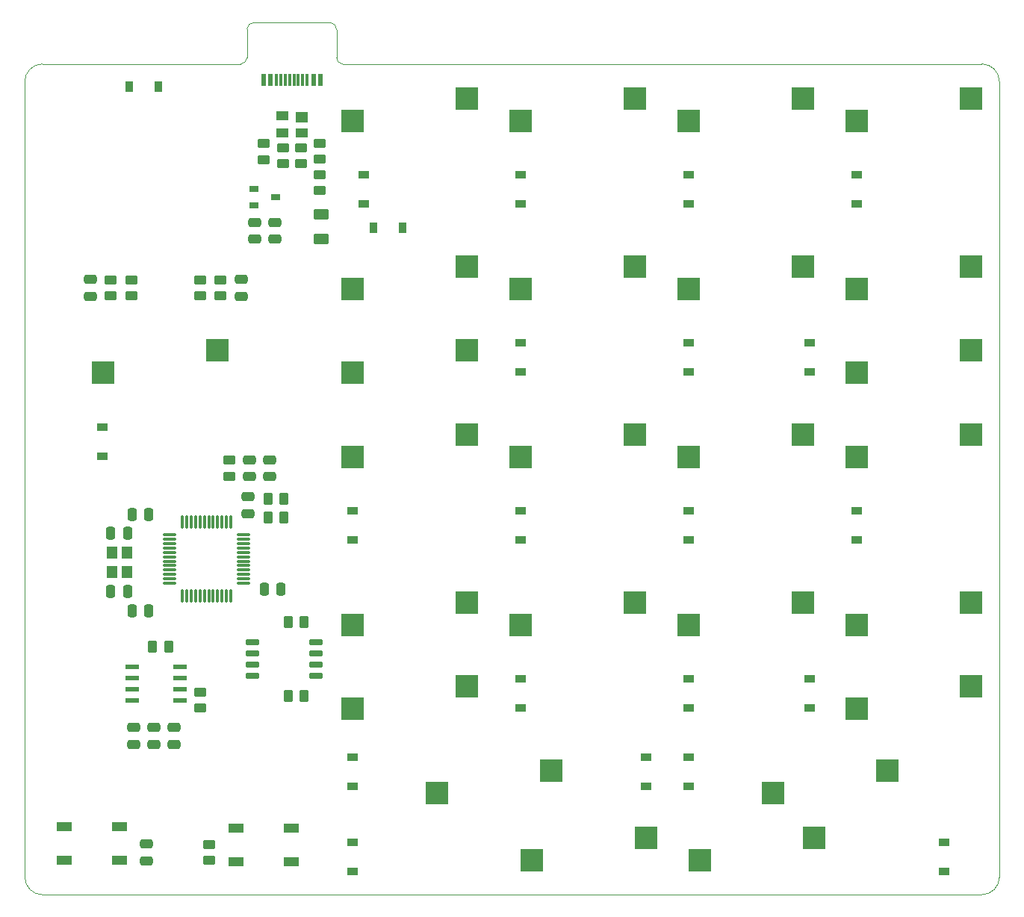
<source format=gbp>
G04 #@! TF.GenerationSoftware,KiCad,Pcbnew,(6.99.0-1912-g359c99991b)*
G04 #@! TF.CreationDate,2022-06-29T21:44:02+07:00*
G04 #@! TF.ProjectId,lazulipad,6c617a75-6c69-4706-9164-2e6b69636164,1*
G04 #@! TF.SameCoordinates,Original*
G04 #@! TF.FileFunction,Paste,Bot*
G04 #@! TF.FilePolarity,Positive*
%FSLAX46Y46*%
G04 Gerber Fmt 4.6, Leading zero omitted, Abs format (unit mm)*
G04 Created by KiCad (PCBNEW (6.99.0-1912-g359c99991b)) date 2022-06-29 21:44:02*
%MOMM*%
%LPD*%
G01*
G04 APERTURE LIST*
G04 Aperture macros list*
%AMRoundRect*
0 Rectangle with rounded corners*
0 $1 Rounding radius*
0 $2 $3 $4 $5 $6 $7 $8 $9 X,Y pos of 4 corners*
0 Add a 4 corners polygon primitive as box body*
4,1,4,$2,$3,$4,$5,$6,$7,$8,$9,$2,$3,0*
0 Add four circle primitives for the rounded corners*
1,1,$1+$1,$2,$3*
1,1,$1+$1,$4,$5*
1,1,$1+$1,$6,$7*
1,1,$1+$1,$8,$9*
0 Add four rect primitives between the rounded corners*
20,1,$1+$1,$2,$3,$4,$5,0*
20,1,$1+$1,$4,$5,$6,$7,0*
20,1,$1+$1,$6,$7,$8,$9,0*
20,1,$1+$1,$8,$9,$2,$3,0*%
G04 Aperture macros list end*
%ADD10R,2.550000X2.500000*%
%ADD11R,1.550000X0.600000*%
%ADD12RoundRect,0.250000X0.625000X-0.375000X0.625000X0.375000X-0.625000X0.375000X-0.625000X-0.375000X0*%
%ADD13R,1.700000X1.000000*%
%ADD14RoundRect,0.250000X0.250000X0.475000X-0.250000X0.475000X-0.250000X-0.475000X0.250000X-0.475000X0*%
%ADD15RoundRect,0.250000X-0.450000X0.262500X-0.450000X-0.262500X0.450000X-0.262500X0.450000X0.262500X0*%
%ADD16R,1.000000X0.800000*%
%ADD17R,1.200000X0.900000*%
%ADD18RoundRect,0.250000X0.450000X-0.262500X0.450000X0.262500X-0.450000X0.262500X-0.450000X-0.262500X0*%
%ADD19R,1.200000X1.400000*%
%ADD20RoundRect,0.250000X0.475000X-0.250000X0.475000X0.250000X-0.475000X0.250000X-0.475000X-0.250000X0*%
%ADD21R,0.900000X1.200000*%
%ADD22RoundRect,0.250000X-0.262500X-0.450000X0.262500X-0.450000X0.262500X0.450000X-0.262500X0.450000X0*%
%ADD23RoundRect,0.250000X0.262500X0.450000X-0.262500X0.450000X-0.262500X-0.450000X0.262500X-0.450000X0*%
%ADD24R,0.600000X1.450000*%
%ADD25R,0.300000X1.450000*%
%ADD26RoundRect,0.150000X0.650000X0.150000X-0.650000X0.150000X-0.650000X-0.150000X0.650000X-0.150000X0*%
%ADD27RoundRect,0.250000X-0.475000X0.250000X-0.475000X-0.250000X0.475000X-0.250000X0.475000X0.250000X0*%
%ADD28RoundRect,0.075000X-0.662500X-0.075000X0.662500X-0.075000X0.662500X0.075000X-0.662500X0.075000X0*%
%ADD29RoundRect,0.075000X-0.075000X-0.662500X0.075000X-0.662500X0.075000X0.662500X-0.075000X0.662500X0*%
%ADD30R,1.400000X1.200000*%
%ADD31R,1.400000X1.000000*%
G04 #@! TA.AperFunction,Profile*
%ADD32C,0.100000*%
G04 #@! TD*
G04 APERTURE END LIST*
D10*
X75289499Y-44559999D03*
X88216499Y-42019999D03*
X94339499Y-6459999D03*
X107266499Y-3919999D03*
X75289499Y-6459999D03*
X88216499Y-3919999D03*
X56239499Y-25509999D03*
X69166499Y-22969999D03*
X37189499Y-6459999D03*
X50116499Y-3919999D03*
X94339499Y-44559999D03*
X107266499Y-42019999D03*
X94339499Y-73134999D03*
X107266499Y-70594999D03*
X75289499Y-63609999D03*
X88216499Y-61069999D03*
X89459499Y-87739999D03*
X76532499Y-90279999D03*
X37189499Y-73134999D03*
X50116499Y-70594999D03*
X37189499Y-63609999D03*
X50116499Y-61069999D03*
X56239499Y-6459999D03*
X69166499Y-3919999D03*
X37189499Y-35034999D03*
X50116499Y-32494999D03*
X8901999Y-35034999D03*
X21828999Y-32494999D03*
X94339499Y-35034999D03*
X107266499Y-32494999D03*
X94339499Y-25509999D03*
X107266499Y-22969999D03*
X46714499Y-82659999D03*
X59641499Y-80119999D03*
X56239499Y-44559999D03*
X69166499Y-42019999D03*
X37189499Y-44559999D03*
X50116499Y-42019999D03*
X70409499Y-87739999D03*
X57482499Y-90279999D03*
X37189499Y-25509999D03*
X50116499Y-22969999D03*
X84814499Y-82659999D03*
X97741499Y-80119999D03*
X56239499Y-63609999D03*
X69166499Y-61069999D03*
X75289499Y-25509999D03*
X88216499Y-22969999D03*
X94339499Y-63609999D03*
X107266499Y-61069999D03*
D11*
X12190999Y-72135999D03*
X12190999Y-70865999D03*
X12190999Y-69595999D03*
X12190999Y-68325999D03*
X17590999Y-68325999D03*
X17590999Y-69595999D03*
X17590999Y-70865999D03*
X17590999Y-72135999D03*
D12*
X33560000Y-19815000D03*
X33560000Y-17015000D03*
D13*
X10769999Y-86491999D03*
X4469999Y-86491999D03*
X10769999Y-90291999D03*
X4469999Y-90291999D03*
D14*
X11650000Y-59817000D03*
X9750000Y-59817000D03*
D15*
X12097000Y-24487500D03*
X12097000Y-26312500D03*
D16*
X26009999Y-16062998D03*
X26009999Y-14162999D03*
X28409999Y-15112999D03*
D17*
X70389999Y-78613999D03*
X70389999Y-81913999D03*
X75215999Y-73023999D03*
X75215999Y-69723999D03*
D18*
X27034844Y-10838616D03*
X27034844Y-9013616D03*
D19*
X11549999Y-55414999D03*
X11549999Y-57614999D03*
X9849999Y-57614999D03*
X9849999Y-55414999D03*
D17*
X56165999Y-15873999D03*
X56165999Y-12573999D03*
D20*
X25432000Y-46797000D03*
X25432000Y-44897000D03*
D15*
X19844000Y-24487500D03*
X19844000Y-26312500D03*
D21*
X42829999Y-18541999D03*
X39529999Y-18541999D03*
D18*
X23146000Y-46759500D03*
X23146000Y-44934500D03*
D15*
X33409719Y-8986680D03*
X33409719Y-10811680D03*
D18*
X31274000Y-11326500D03*
X31274000Y-9501500D03*
D20*
X7398000Y-26350000D03*
X7398000Y-24450000D03*
D13*
X23900999Y-90418999D03*
X30200999Y-90418999D03*
X23900999Y-86618999D03*
X30200999Y-86618999D03*
D22*
X27567500Y-51435000D03*
X29392500Y-51435000D03*
D17*
X37115999Y-53973999D03*
X37115999Y-50673999D03*
X38385999Y-15873999D03*
X38385999Y-12573999D03*
D23*
X29392500Y-49276000D03*
X27567500Y-49276000D03*
D18*
X22130000Y-26312500D03*
X22130000Y-24487500D03*
D22*
X29853500Y-71628000D03*
X31678500Y-71628000D03*
D24*
X27032999Y-1831999D03*
X27807999Y-1831999D03*
D25*
X28507999Y-1831999D03*
X29007999Y-1831999D03*
X29507999Y-1831999D03*
X30007999Y-1831999D03*
X30507999Y-1831999D03*
X31007999Y-1831999D03*
X31507999Y-1831999D03*
X32007999Y-1831999D03*
D24*
X32707999Y-1831999D03*
X33482999Y-1831999D03*
D20*
X27718000Y-46797000D03*
X27718000Y-44897000D03*
D17*
X75215999Y-15873999D03*
X75215999Y-12573999D03*
D26*
X32969000Y-65532000D03*
X32969000Y-66802000D03*
X32969000Y-68072000D03*
X32969000Y-69342000D03*
X25769000Y-69342000D03*
X25769000Y-68072000D03*
X25769000Y-66802000D03*
X25769000Y-65532000D03*
D23*
X31678500Y-63246000D03*
X29853500Y-63246000D03*
D27*
X14637000Y-75255000D03*
X14637000Y-77155000D03*
D23*
X16311500Y-66040000D03*
X14486500Y-66040000D03*
D17*
X75215999Y-34923999D03*
X75215999Y-31623999D03*
D14*
X14063000Y-51054000D03*
X12163000Y-51054000D03*
X11650000Y-53213000D03*
X9750000Y-53213000D03*
D18*
X29242000Y-11326500D03*
X29242000Y-9501500D03*
D17*
X37115999Y-91565999D03*
X37115999Y-88265999D03*
X94265999Y-15873999D03*
X94265999Y-12573999D03*
D27*
X13748000Y-88458000D03*
X13748000Y-90358000D03*
D17*
X37115999Y-81913999D03*
X37115999Y-78613999D03*
X56165999Y-53973999D03*
X56165999Y-50673999D03*
X75215999Y-53973999D03*
X75215999Y-50673999D03*
X88931999Y-34923999D03*
X88931999Y-31623999D03*
D28*
X16443500Y-58884000D03*
X16443500Y-58384000D03*
X16443500Y-57884000D03*
X16443500Y-57384000D03*
X16443500Y-56884000D03*
X16443500Y-56384000D03*
X16443500Y-55884000D03*
X16443500Y-55384000D03*
X16443500Y-54884000D03*
X16443500Y-54384000D03*
X16443500Y-53884000D03*
X16443500Y-53384000D03*
D29*
X17856000Y-51971500D03*
X18356000Y-51971500D03*
X18856000Y-51971500D03*
X19356000Y-51971500D03*
X19856000Y-51971500D03*
X20356000Y-51971500D03*
X20856000Y-51971500D03*
X21356000Y-51971500D03*
X21856000Y-51971500D03*
X22356000Y-51971500D03*
X22856000Y-51971500D03*
X23356000Y-51971500D03*
D28*
X24768500Y-53384000D03*
X24768500Y-53884000D03*
X24768500Y-54384000D03*
X24768500Y-54884000D03*
X24768500Y-55384000D03*
X24768500Y-55884000D03*
X24768500Y-56384000D03*
X24768500Y-56884000D03*
X24768500Y-57384000D03*
X24768500Y-57884000D03*
X24768500Y-58384000D03*
X24768500Y-58884000D03*
D29*
X23356000Y-60296500D03*
X22856000Y-60296500D03*
X22356000Y-60296500D03*
X21856000Y-60296500D03*
X21356000Y-60296500D03*
X20856000Y-60296500D03*
X20356000Y-60296500D03*
X19856000Y-60296500D03*
X19356000Y-60296500D03*
X18856000Y-60296500D03*
X18356000Y-60296500D03*
X17856000Y-60296500D03*
D15*
X19844000Y-71223500D03*
X19844000Y-73048500D03*
D21*
X15143999Y-2539999D03*
X11843999Y-2539999D03*
D17*
X56165999Y-73023999D03*
X56165999Y-69723999D03*
X8794999Y-44448999D03*
X8794999Y-41148999D03*
D20*
X24543000Y-26350000D03*
X24543000Y-24450000D03*
D17*
X94265999Y-53973999D03*
X94265999Y-50673999D03*
D14*
X29049000Y-59563000D03*
X27149000Y-59563000D03*
D18*
X9684000Y-26312500D03*
X9684000Y-24487500D03*
X33433000Y-14374500D03*
X33433000Y-12549500D03*
D27*
X26067000Y-17973000D03*
X26067000Y-19873000D03*
X28353000Y-17973000D03*
X28353000Y-19873000D03*
D17*
X104171999Y-91565999D03*
X104171999Y-88265999D03*
X56165999Y-34923999D03*
X56165999Y-31623999D03*
D18*
X20860000Y-90320500D03*
X20860000Y-88495500D03*
D17*
X88931999Y-73023999D03*
X88931999Y-69723999D03*
D30*
X31357999Y-6087999D03*
D31*
X31357999Y-7807999D03*
X29157999Y-7807999D03*
X29157999Y-5907999D03*
D20*
X16923000Y-77150000D03*
X16923000Y-75250000D03*
D17*
X75215999Y-78613999D03*
X75215999Y-81913999D03*
D27*
X12351000Y-75255000D03*
X12351000Y-77155000D03*
X25305000Y-49088000D03*
X25305000Y-50988000D03*
D14*
X14063000Y-61976000D03*
X12163000Y-61976000D03*
D32*
X35338000Y3889000D02*
G75*
G03*
X34576000Y4699000I-786000J24000D01*
G01*
X35338001Y690001D02*
G75*
G03*
X36076001Y-23999I725999J11999D01*
G01*
X108472786Y-94200000D02*
X2000000Y-94200000D01*
X110472786Y-2000000D02*
X110472786Y-92200000D01*
X36076001Y-23999D02*
X108472786Y0D01*
X0Y-92200000D02*
G75*
G03*
X2000000Y-94200000I1999995J-5D01*
G01*
X2000000Y0D02*
X24470816Y0D01*
X24470816Y-16D02*
G75*
G03*
X25184816Y738001I-12016J726016D01*
G01*
X35338000Y690001D02*
X35338000Y3889000D01*
X25184816Y738001D02*
X25184816Y3937000D01*
X108472786Y-94199986D02*
G75*
G03*
X110472786Y-92200000I14J1999986D01*
G01*
X25994815Y4698983D02*
G75*
G03*
X25184816Y3937000I-24015J-785983D01*
G01*
X2000000Y0D02*
G75*
G03*
X0Y-2000000I-1J-1999999D01*
G01*
X34576000Y4699000D02*
X25994816Y4699000D01*
X0Y-92200000D02*
X0Y-2000000D01*
X110472800Y-2000000D02*
G75*
G03*
X108472786Y0I-2000000J0D01*
G01*
M02*

</source>
